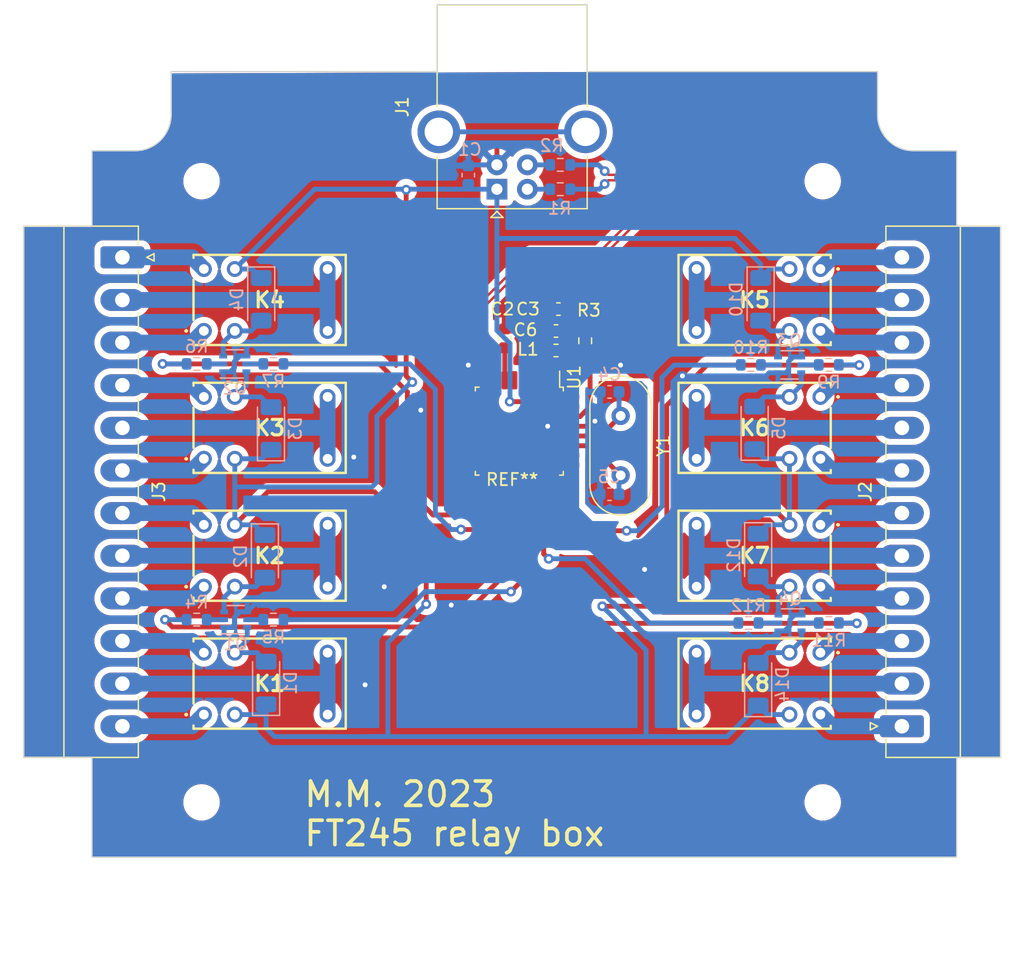
<source format=kicad_pcb>
(kicad_pcb (version 20221018) (generator pcbnew)
  (layers (0 "F.Cu" signal) (31 "B.Cu" signal) (34 "B.Paste" user) (35 "F.Paste" user) (36 "B.SilkS" user "B.Silkscreen") (37 "F.SilkS" user "F.Silkscreen") (38 "B.Mask" user) (39 "F.Mask" user) (44 "Edge.Cuts" user))
  (net 0 "")
  (net 1 "+5V")
  (net 2 "GND")
  (net 3 "unconnected-(J1-Shield-Pad5)")
  (net 4 "Net-(J2-Pin_1)")
  (net 5 "Net-(J2-Pin_2)")
  (net 6 "Net-(J2-Pin_3)")
  (net 7 "Net-(J2-Pin_4)")
  (net 8 "Net-(J2-Pin_5)")
  (net 9 "Net-(J2-Pin_6)")
  (net 10 "Net-(J2-Pin_7)")
  (net 11 "Net-(J2-Pin_8)")
  (net 12 "Net-(J2-Pin_9)")
  (net 13 "Net-(J2-Pin_10)")
  (net 14 "Net-(J2-Pin_11)")
  (net 15 "Net-(J2-Pin_12)")
  (net 16 "Net-(J3-Pin_1)")
  (net 17 "Net-(J3-Pin_2)")
  (net 18 "Net-(J3-Pin_3)")
  (net 19 "Net-(J3-Pin_4)")
  (net 20 "Net-(J3-Pin_5)")
  (net 21 "Net-(J3-Pin_6)")
  (net 22 "Net-(J3-Pin_7)")
  (net 23 "Net-(J3-Pin_8)")
  (net 24 "Net-(J3-Pin_9)")
  (net 25 "Net-(J3-Pin_10)")
  (net 26 "Net-(J3-Pin_11)")
  (net 27 "Net-(J3-Pin_12)")
  (net 28 "Net-(D1-A)")
  (net 29 "Net-(D5-A)")
  (net 30 "Net-(Q1A-B1)")
  (net 31 "Net-(Q1B-B2)")
  (net 32 "Net-(Q2A-B1)")
  (net 33 "Net-(Q2B-B2)")
  (net 34 "Net-(Q3A-B1)")
  (net 35 "Net-(Q3B-B2)")
  (net 36 "Net-(Q4A-B1)")
  (net 37 "Net-(Q4B-B2)")
  (net 41 "+3.3V")
  (net 48 "/D_N")
  (net 49 "/D_P")
  (net 50 "/D_R_N")
  (net 51 "/D_R_P")
  (net 53 "Net-(U1-XTIN)")
  (net 54 "Net-(U1-XTOUT)")
  (net 55 "Net-(U1-AVCC)")
  (net 58 "/RELAY0")
  (net 59 "/RELAY4")
  (net 60 "/RELAY2")
  (net 61 "/RELAY1")
  (net 62 "/RELAY7")
  (net 63 "/RELAY5")
  (net 64 "/RELAY6")
  (net 65 "/RELAY3")
  (net 66 "/VBUS_FILTERED")
  (net 67 "Net-(D10-A)")
  (net 68 "Net-(D12-A)")
  (net 69 "Net-(D14-A)")
  (net 70 "Net-(D2-A)")
  (net 71 "Net-(D3-A)")
  (net 72 "Net-(D4-A)")
  (footprint "footprints:SY5K" (layer "F.Cu") (at -25.31 7.79)
    (fp_text reference "K2")
    (fp_text value "SY-5-K" hide)
  )
  (footprint "Enclosures:TW8-2-8B_1_1" (layer "F.Cu") (at 0 0)
    (fp_text reference "REF**")
    (fp_text value "TW8-2-8B_1_1")
    (fp_line (start -34.5 -28) (end -31 -28) (stroke (width 0.1)) (layer "Edge.Cuts"))
    (fp_line (start -28 -31) (end -28 -34.5) (stroke (width 0.1)) (layer "Edge.Cuts"))
    (fp_line (start 30 -31) (end 30 -34.5) (stroke (width 0.1)) (layer "Edge.Cuts"))
    (fp_line (start 33 -28) (end 36.5 -28) (stroke (width 0.1)) (layer "Edge.Cuts"))
    (fp_line (start 36.5 30) (end -34.5 30) (stroke (width 0.1)) (layer "Edge.Cuts"))
    (fp_arc (start -28 -31) (mid -28.864225 -28.864225) (end -31 -28) (stroke (width 0.1)) (layer "Edge.Cuts"))
    (fp_arc (start 33 -28) (mid 30.864221 -28.864221) (end 30 -31) (stroke (width 0.1)) (layer "Edge.Cuts"))
  )
  (footprint "footprints:SY5K" (layer "F.Cu") (at 25.31 13.21 180)
    (fp_text reference "K8")
    (fp_text value "SY-5-K" hide)
  )
  (footprint "footprints:SY5K" (layer "F.Cu") (at 25.31 -7.79 180)
    (fp_text reference "K6")
    (fp_text value "SY-5-K" hide)
  )
  (footprint "Connector_USB:USB_B_OST_USB-B1HSxx_Horizontal" (layer "F.Cu") (at -1.25 -24.8425 90)
    (fp_text reference "J1")
    (fp_text value "USB_B")
  )
  (footprint "footprints:SY5K" (layer "F.Cu") (at -25.31 -2.71)
    (fp_text reference "K3")
    (fp_text value "SY-5-K" hide)
  )
  (footprint "Package_QFP:LQFP-32_7x7mm_P0.8mm" (layer "F.Cu") (at 0.59 -4.98 -90)
    (fp_text reference "U1")
    (fp_text value "FT245BM")
  )
  (footprint "Crystal:Crystal_HC49-4H_Vertical" (layer "F.Cu") (at 8.91 -6.23 -90)
    (fp_text reference "Y1")
    (fp_text value "6 MHz")
  )
  (footprint "Capacitor_SMD:C_0603_1608Metric" (layer "F.Cu") (at 3.8 -15 180)
    (fp_text reference "C3")
    (fp_text value "100nF")
  )
  (footprint "footprints:SY5K" (layer "F.Cu") (at 25.31 2.71 180)
    (fp_text reference "K7")
    (fp_text value "SY-5-K" hide)
  )
  (footprint "footprints:SY5K" (layer "F.Cu") (at -25.31 -13.21)
    (fp_text reference "K4")
    (fp_text value "SY-5-K" hide)
  )
  (footprint "footprints:SY5K" (layer "F.Cu") (at -25.31 18.29)
    (fp_text reference "K1")
    (fp_text value "SY-5-K" hide)
  )
  (footprint "Capacitor_SMD:C_0603_1608Metric" (layer "F.Cu") (at -0.6 -12.6 90)
    (fp_text reference "C2")
    (fp_text value "33nF")
  )
  (footprint "Connector_Phoenix_MC:PhoenixContact_MC_1,5_12-G-3.5_1x12_P3.50mm_Horizontal" (layer "F.Cu") (at 32 19.25 90)
    (fp_text reference "J2")
    (fp_text value "Conn_01x12_Pin")
  )
  (footprint "Inductor_SMD:L_0603_1608Metric" (layer "F.Cu") (at 3.6 -11.6 180)
    (fp_text reference "L1")
    (fp_text value "L_Ferrite")
  )
  (footprint "footprints:SY5K" (layer "F.Cu") (at 25.31 -18.29 180)
    (fp_text reference "K5")
    (fp_text value "SY-5-K" hide)
  )
  (footprint "Resistor_SMD:R_0603_1608Metric" (layer "F.Cu") (at 6 -12.4 -90)
    (fp_text reference "R3")
    (fp_text value "470")
  )
  (footprint "Connector_Phoenix_MC:PhoenixContact_MC_1,5_12-G-3.5_1x12_P3.50mm_Horizontal" (layer "F.Cu") (at -32 -19.25 -90)
    (fp_text reference "J3")
    (fp_text value "Conn_01x12_Pin")
  )
  (footprint "Capacitor_SMD:C_0603_1608Metric" (layer "F.Cu") (at 3.6 -13.2 180)
    (fp_text reference "C6")
    (fp_text value "4u7")
  )
  (footprint "Package_TO_SOT_SMD:SOT-363_SC-70-6" (layer "B.Cu") (at -22.77 -10.5)
    (fp_text reference "Q2")
    (fp_text value "BC847BS")
  )
  (footprint "Package_TO_SOT_SMD:SOT-363_SC-70-6" (layer "B.Cu") (at 22.78 -10.42 180)
    (fp_text reference "Q3")
    (fp_text value "BC847BS")
  )
  (footprint "Package_TO_SOT_SMD:SOT-363_SC-70-6" (layer "B.Cu") (at -22.7 10.5)
    (fp_text reference "Q1")
    (fp_text value "BC847BS")
  )
  (footprint "Diode_SMD:D_MiniMELF" (layer "B.Cu") (at 20.4 -15.8 -90)
    (fp_text reference "D10")
    (fp_text value "LL4148")
  )
  (footprint "Resistor_SMD:R_0603_1608Metric" (layer "B.Cu") (at -25.9 10.5 180)
    (fp_text reference "R4")
    (fp_text value "1K")
  )
  (footprint "Resistor_SMD:R_0603_1608Metric" (layer "B.Cu") (at -19.6 -10.5)
    (fp_text reference "R7")
    (fp_text value "1K")
  )
  (footprint "Resistor_SMD:R_0603_1608Metric" (layer "B.Cu") (at 19.4 10.77 180)
    (fp_text reference "R12")
    (fp_text value "1K")
  )
  (footprint "Diode_SMD:D_MiniMELF" (layer "B.Cu") (at 20.2 5.2 -90)
    (fp_text reference "D12")
    (fp_text value "LL4148")
  )
  (footprint "Capacitor_SMD:C_0603_1608Metric" (layer "B.Cu") (at 8 0.2 180)
    (fp_text reference "C5")
    (fp_text value "27pF")
  )
  (footprint "Diode_SMD:D_MiniMELF" (layer "B.Cu") (at 20.2 15.8 90)
    (fp_text reference "D14")
    (fp_text value "LL4148")
  )
  (footprint "Capacitor_SMD:C_0603_1608Metric" (layer "B.Cu") (at 8 -8.2 180)
    (fp_text reference "C4")
    (fp_text value "27pF")
  )
  (footprint "Resistor_SMD:R_0603_1608Metric" (layer "B.Cu") (at 3.95 -26.8425 180)
    (fp_text reference "R2")
    (fp_text value "27")
  )
  (footprint "Capacitor_SMD:C_0603_1608Metric" (layer "B.Cu") (at -3.6 -26 90)
    (fp_text reference "C1")
    (fp_text value "10nF")
  )
  (footprint "Diode_SMD:D_MiniMELF" (layer "B.Cu") (at -20.6 -15.8 -90)
    (fp_text reference "D4")
    (fp_text value "LL4148")
  )
  (footprint "Diode_SMD:D_MiniMELF" (layer "B.Cu") (at -20.3 5.3 -90)
    (fp_text reference "D2")
    (fp_text value "LL4148")
  )
  (footprint "Resistor_SMD:R_0603_1608Metric" (layer "B.Cu") (at -25.9 -10.5 180)
    (fp_text reference "R6")
    (fp_text value "1K")
  )
  (footprint "Diode_SMD:D_MiniMELF" (layer "B.Cu") (at 19.91 -5.25 90)
    (fp_text reference "D5")
    (fp_text value "LL4148")
  )
  (footprint "Resistor_SMD:R_0603_1608Metric" (layer "B.Cu") (at 3.95 -24.8425 180)
    (fp_text reference "R1")
    (fp_text value "27")
  )
  (footprint "Resistor_SMD:R_0603_1608Metric" (layer "B.Cu") (at -19.6 10.5)
    (fp_text reference "R5")
    (fp_text value "1K")
  )
  (footprint "Diode_SMD:D_MiniMELF" (layer "B.Cu") (at -20.2 15.7 90)
    (fp_text reference "D1")
    (fp_text value "LL4148")
  )
  (footprint "Resistor_SMD:R_0603_1608Metric" (layer "B.Cu") (at 26 -10.42)
    (fp_text reference "R9")
    (fp_text value "1K")
  )
  (footprint "Resistor_SMD:R_0603_1608Metric" (layer "B.Cu") (at 26 10.77)
    (fp_text reference "R11")
    (fp_text value "1K")
  )
  (footprint "Resistor_SMD:R_0603_1608Metric" (layer "B.Cu") (at 19.6 -10.42 180)
    (fp_text reference "R10")
    (fp_text value "1K")
  )
  (footprint "Package_TO_SOT_SMD:SOT-363_SC-70-6" (layer "B.Cu") (at 22.81 10.77 180)
    (fp_text reference "Q4")
    (fp_text value "BC847BS")
  )
  (footprint "Diode_SMD:D_MiniMELF" (layer "B.Cu") (at -19.8 -5.2 90)
    (fp_text reference "D3")
    (fp_text value "LL4148")
  )
  (gr_line (start 30 -34.5) (end 6.15 -34.5) (stroke (width 0.1)) (layer "Edge.Cuts"))
  (gr_line (start 6.15 -40) (end -6.15 -40) (stroke (width 0.1)) (layer "Edge.Cuts"))
  (gr_line (start -34.5 30) (end -34.5 21.8) (stroke (width 0.1)) (layer "Edge.Cuts"))
  (gr_line (start 36.5 30) (end 36.5 21.8) (stroke (width 0.1)) (layer "Edge.Cuts"))
  (gr_line (start -40.1 -21.8) (end -40.1 -21.55) (stroke (width 0.1)) (layer "Edge.Cuts"))
  (gr_line (start 40.1 21.8) (end 40.1 -21.8) (stroke (width 0.1)) (layer "Edge.Cuts"))
  (gr_line (start -40.1 -21.55) (end -40.1 21.8) (stroke (width 0.1)) (layer "Edge.Cuts"))
  (gr_line (start -34.5 21.8) (end -40.1 21.8) (stroke (width 0.1)) (layer "Edge.Cuts"))
  (gr_line (start 36.5 21.8) (end 40.1 21.8) (stroke (width 0.1)) (layer "Edge.Cuts"))
  (gr_line (start -34.5 -21.8) (end -40.1 -21.8) (stroke (width 0.1)) (layer "Edge.Cuts"))
  (gr_line (start -34.5 -28) (end -34.5 -21.8) (stroke (width 0.1)) (layer "Edge.Cuts"))
  (gr_line (start 40.1 -21.8) (end 36.5 -21.8) (stroke (width 0.1)) (layer "Edge.Cuts"))
  (gr_line (start -6.15 -40) (end -6.15 -34.5) (stroke (width 0.1)) (layer "Edge.Cuts"))
  (gr_line (start 36.5 -28) (end 36.5 -21.8) (stroke (width 0.1)) (layer "Edge.Cuts"))
  (gr_line (start 6.15 -34.5) (end 6.15 -40) (stroke (width 0.1)) (layer "Edge.Cuts"))
  (gr_line (start -6.15 -34.5) (end -28 -34.5) (stroke (width 0.1)) (layer "Edge.Cuts"))
  (gr_text "M.M. 2023\nFT245 relay box" (at -17.225 29.225) (layer "F.SilkS") (effects (font (size 2 2) (thickness 0.3)) (justify left bottom)))
  (segment (start -8.2 -9) (end -8.7 -9.5) (width 0.4) (layer "F.Cu") (net 1))
  (segment (start 1.79 -9.155) (end 1.79 -10.516472) (width 0.4) (layer "F.Cu") (net 1))
  (segment (start 1.82 -4.58) (end 1.62 -4.58) (width 0.4) (layer "F.Cu") (net 1))
  (segment (start 13.3 2.7) (end 14.6 1.4) (width 0.4) (layer "F.Cu") (net 1))
  (segment (start 0.22 -4.58) (end -3.585 -4.58) (width 0.4) (layer "F.Cu") (net 1))
  (segment (start -7.055373 4.244627) (end -7.055373 9.224709) (width 0.4) (layer "F.Cu") (net 1))
  (segment (start 1.79 -9.155) (end 1.79 -7.4) (width 0.4) (layer "F.Cu") (net 1))
  (segment (start -0.2 -7.4) (end 1.79 -7.4) (width 0.4) (layer "F.Cu") (net 1))
  (segment (start 1.62 -4.58) (end 0.22 -4.58) (width 0.4) (layer "F.Cu") (net 1))
  (segment (start 2.8125 -11.538972) (end 2.8125 -11.6) (width 0.4) (layer "F.Cu") (net 1))
  (segment (start -20.06 0) (end -11.3 0) (width 0.4) (layer "F.Cu") (net 1))
  (segment (start 1.79 -4.75) (end 1.62 -4.58) (width 0.4) (layer "F.Cu") (net 1))
  (segment (start 1.79 -7.4) (end 1.79 -4.75) (width 0.4) (layer "F.Cu") (net 1))
  (segment (start 3.42 -2.98) (end 1.82 -4.58) (width 0.4) (layer "F.Cu") (net 1))
  (segment (start 4.765 -2.98) (end 3.42 -2.98) (width 0.4) (layer "F.Cu") (net 1))
  (segment (start -8.7 -9.5) (end -8.7 -24.8) (width 0.4) (layer "F.Cu") (net 1))
  (segment (start 21.46 1.4) (end 22.77 2.71) (width 0.4) (layer "F.Cu") (net 1))
  (segment (start 11.8 9.4) (end 13.3 7.9) (width 0.4) (layer "F.Cu") (net 1))
  (segment (start 1.79 -10.516472) (end 2.8125 -11.538972) (width 0.4) (layer "F.Cu") (net 1))
  (segment (start -11.3 0) (end -7.055373 4.244627) (width 0.4) (layer "F.Cu") (net 1))
  (segment (start -22.77 2.71) (end -20.06 0) (width 0.4) (layer "F.Cu") (net 1))
  (segment (start 13.3 7.9) (end 13.3 2.7) (width 0.4) (layer "F.Cu") (net 1))
  (segment (start 14.6 1.4) (end 21.46 1.4) (width 0.4) (layer "F.Cu") (net 1))
  (segment (start 7.4 9.4) (end 11.8 9.4) (width 0.4) (layer "F.Cu") (net 1))
  (via (at -0.2 -7.4) (size 0.8) (drill 0.4) (layers "F.Cu" "B.Cu") (net 1))
  (via (at -7.055373 9.224709) (size 0.8) (drill 0.4) (layers "F.Cu" "B.Cu") (net 1))
  (via (at -8.2 -9) (size 0.8) (drill 0.4) (layers "F.Cu" "B.Cu") (net 1))
  (via (at -8.7 -24.8) (size 0.8) (drill 0.4) (layers "F.Cu" "B.Cu") (net 1))
  (via (at 7.4 9.4) (size 0.8) (drill 0.4) (layers "F.Cu" "B.Cu") (net 1))
  (segment (start -22.77 -2.71) (end -20.54 -2.71) (width 0.4) (layer "B.Cu") (net 1))
  (segment (start -22.77 2.71) (end -22.77 -0.4) (width 0.4) (layer "B.Cu") (net 1))
  (segment (start -0.175 -12.175) (end -0.175 -7.425) (width 0.4) (layer "B.Cu") (net 1))
  (segment (start 20.7 -2.71) (end 19.91 -3.5) (width 0.4) (layer "B.Cu") (net 1))
  (segment (start 18.3 -20.8) (end -1.25 -20.8) (width 0.4) (layer "B.Cu") (net 1))
  (segment (start -22.77 2.71) (end -21.14 2.71) (width 0.4) (layer "B.Cu") (net 1))
  (segment (start 21.14 -18.29) (end 20.4 -17.55) (width 0.4) (layer "B.Cu") (net 1))
  (segment (start -11.7 20.1) (end -10.2 20.1) (width 0.4) (layer "B.Cu") (net 1))
  (segment (start -0.175 -7.425) (end -0.2 -7.4) (width 0.4) (layer "B.Cu") (net 1))
  (segment (start -20.2 18.29) (end -20.2 17.45) (width 0.4) (layer "B.Cu") (net 1))
  (segment (start -22.77 -0.4) (end -11.5 -0.4) (width 0.4) (layer "B.Cu") (net 1))
  (segment (start -3.6 -25.0425) (end -3.4 -24.8425) (width 0.4) (layer "B.Cu") (net 1))
  (segment (start 20.94 2.71) (end 20.2 3.45) (width 0.4) (layer "B.Cu") (net 1))
  (segment (start -16.2175 -24.8425) (end -3.4 -24.8425) (width 0.4) (layer "B.Cu") (net 1))
  (segment (start -22.77 -0.4) (end -22.77 -2.71) (width 0.4) (layer "B.Cu") (net 1))
  (segment (start -10.2 20.1) (end -10.2 12.369336) (width 0.4) (layer "B.Cu") (net 1))
  (segment (start 11 20) (end 11 13) (width 0.4) (layer "B.Cu") (net 1))
  (segment (start 22.77 -18.29) (end 21.14 -18.29) (width 0.4) (layer "B.Cu") (net 1))
  (segment (start 20.4 -17.55) (end 20.4 -18.7) (width 0.4) (layer "B.Cu") (net 1))
  (segment (start 22.77 2.71) (end 20.94 2.71) (width 0.4) (layer "B.Cu") (net 1))
  (segment (start 12.4 20.1) (end 11.1 20.1) (width 0.4) (layer "B.Cu") (net 1))
  (segment (start -11.1 -6.2) (end -8.4 -8.9) (width 0.4) (layer "B.Cu") (net 1))
  (segment (start -11.5 -0.4) (end -11.1 -0.8) (width 0.4) (layer "B.Cu") (net 1))
  (segment (start -11.7 20.1) (end 12.4 20.1) (width 0.4) (layer "B.Cu") (net 1))
  (segment (start -8.4 -8.9) (end -8.3 -8.9) (width 0.4) (layer "B.Cu") (net 1))
  (segment (start -1.25 -13.25) (end -0.175 -12.175) (width 0.4) (layer "B.Cu") (net 1))
  (segment (start -10.2 12.369336) (end -7.055373 9.224709) (width 0.4) (layer "B.Cu") (net 1))
  (segment (start -1.25 -24.8425) (end -1.25 -20.8) (width 0.4) (layer "B.Cu") (net 1))
  (segment (start -11.1 -0.8) (end -11.1 -6.2) (width 0.4) (layer "B.Cu") (net 1))
  (segment (start -20.54 -2.71) (end -19.8 -3.45) (width 0.4) (layer "B.Cu") (net 1))
  (segment (start 11 13) (end 7.4 9.4) (width 0.4) (layer "B.Cu") (net 1))
  (segment (start 22.77 18.29) (end 20.94 18.29) (width 0.4) (layer "B.Cu") (net 1))
  (segment (start 17.65 20.1) (end 12.4 20.1) (width 0.4) (layer "B.Cu") (net 1))
  (segment (start -21.34 -18.29) (end -20.6 -17.55) (width 0.4) (layer "B.Cu") (net 1))
  (segment (start -3.6 -25.225) (end -3.6 -25.0425) (width 0.4) (layer "B.Cu") (net 1))
  (segment (start 20.94 18.29) (end 20.2 17.55) (width 0.4) (layer "B.Cu") (net 1))
  (segment (start -3.4 -24.8425) (end -1.25 -24.8425) (width 0.4) (layer "B.Cu") (net 1))
  (segment (start -11.7 20.1) (end -19.5 20.1) (width 0.4) (layer "B.Cu") (net 1))
  (segment (start 22.77 2.71) (end 22.77 -2.71) (width 0.4) (layer "B.Cu") (net 1))
  (segment (start -19.5 20.1) (end -20.2 19.4) (width 0.4) (layer "B.Cu") (net 1))
  (segment (start 20.4 -18.7) (end 18.3 -20.8) (width 0.4) (layer "B.Cu") (net 1))
  (segment (start -1.25 -20.8) (end -1.25 -13.25) (width 0.4) (layer "B.Cu") (net 1))
  (segment (start -21.14 2.71) (end -20.3 3.55) (width 0.4) (layer "B.Cu") (net 1))
  (segment (start -22.77 -18.29) (end -16.2175 -24.8425) (width 0.4) (layer "B.Cu") (net 1))
  (segment (start 11.1 20.1) (end 11 20) (width 0.4) (layer "B.Cu") (net 1))
  (segment (start -20.2 19.4) (end -20.2 17.45) (width 0.4) (layer "B.Cu") (net 1))
  (segment (start 20.2 17.55) (end 17.65 20.1) (width 0.4) (layer "B.Cu") (net 1))
  (segment (start -8.3 -8.9) (end -8.2 -9) (width 0.4) (layer "B.Cu") (net 1))
  (segment (start -22.77 -18.29) (end -21.34 -18.29) (width 0.4) (layer "B.Cu") (net 1))
  (segment (start -22.77 18.29) (end -20.2 18.29) (width 0.4) (layer "B.Cu") (net 1))
  (segment (start 22.77 -2.71) (end 20.7 -2.71) (width 0.4) (layer "B.Cu") (net 1))
  (segment (start -6.2 10.5) (end -7.8 10.5) (width 0.4) (layer "F.Cu") (net 2))
  (segment (start 4.765 -5.38) (end 2.92 -5.38) (width 0.4) (layer "F.Cu") (net 2))
  (segment (start 11.7 -21.7) (end 11.7 -29.6) (width 0.4) (layer "F.Cu") (net 2))
  (segment (start 7.7 -17.7) (end 11.7 -21.7) (width 0.4) (layer "F.Cu") (net 2))
  (segment (start 1.7 -32.6) (end -1.25 -29.65) (width 0.4) (layer "F.Cu") (net 2))
  (segment (start -0.425 -13.2) (end -0.6 -13.375) (width 0.4) (layer "F.Cu") (net 2))
  (segment (start 9.884668 -9.515332) (end 7.7 -11.7) (width 0.4) (layer "F.Cu") (net 2))
  (segment (start -1.25 -29.65) (end -1.25 -26.8425) (width 0.4) (layer "F.Cu") (net 2))
  (segment (start -4.82 -7.78) (end -5.5 -7.1) (width 0.4) (layer "F.Cu") (net 2))
  (segment (start 4 -17.7) (end 7.7 -17.7) (width 0.4) (layer "F.Cu") (net 2))
  (segment (start -5.205 -0.805) (end -2.21 -0.805) (width 0.4) (layer "F.Cu") (net 2))
  (segment (start 13.984668 -9.515332) (end 9.884668 -9.515332) (width 0.4) (layer "F.Cu") (net 2))
  (segment (start -2.6575 -26.8425) (end -1.25 -26.8425) (width 0.4) (layer "F.Cu") (net 2))
  (segment (start -5.5 -1.1) (end -5.205 -0.805) (width 0.4) (layer "F.Cu") (net 2))
  (segment (start 8.7 -32.6) (end 1.7 -32.6) (width 0.4) (layer "F.Cu") (net 2))
  (segment (start 3.025 -16.725) (end 4 -17.7) (width 0.4) (layer "F.Cu") (net 2))
  (segment (start 2.825 -13.2) (end -0.425 -13.2) (width 0.4) (layer "F.Cu") (net 2))
  (segment (start -3.585 -25.915) (end -2.6575 -26.8425) (width 0.4) (layer "F.Cu") (net 2))
  (segment (start 7.7 -11.7) (end 7.7 -17.7) (width 0.4) (layer "F.Cu") (net 2))
  (segment (start -5 9.3) (end -6.2 10.5) (width 0.4) (layer "F.Cu") (net 2))
  (segment (start 3.025 -15) (end 3.025 -13.4) (width 0.4) (layer "F.Cu") (net 2))
  (segment (start 3.025 -13.4) (end 2.825 -13.2) (width 0.4) (layer "F.Cu") (net 2))
  (segment (start 11.7 -29.6) (end 8.7 -32.6) (width 0.4) (layer "F.Cu") (net 2))
  (segment (start -5.5 -7.1) (end -5.5 -6.7) (width 0.4) (layer "F.Cu") (net 2))
  (segment (start -5.5 -6.7) (end -5.5 -1.1) (width 0.4) (layer "F.Cu") (net 2))
  (segment (start 6.38 -5.38) (end 6.8 -5.8) (width 0.4) (layer "F.Cu") (net 2))
  (segment (start -3.585 -7.78) (end -4.82 -7.78) (width 0.4) (layer "F.Cu") (net 2))
  (segment (start 4.765 -5.38) (end 6.38 -5.38) (width 0.4) (layer "F.Cu") (net 2))
  (segment (start -3.585 -7.78) (end -3.585 -25.915) (width 0.4) (layer "F.Cu") (net 2))
  (segment (start 3.025 -15) (end 3.025 -16.725) (width 0.4) (layer "F.Cu") (net 2))
  (segment (start -7.5 -6.7) (end -5.5 -6.7) (width 0.4) (layer "F.Cu") (net 2))
  (segment (start -7.8 10.5) (end -10.5 7.8) (width 0.4) (layer "F.Cu") (net 2))
  (via (at 8.9 -10.4) (size 0.8) (drill 0.4) (layers "F.Cu" "B.Cu") (net 2))
  (via (at 6.8 -5.8) (size 0.8) (drill 0.4) (layers "F.Cu" "B.Cu") (net 2))
  (via (at -3.6 -10.4) (size 0.8) (drill 0.4) (layers "F.Cu" "B.Cu") (net 2))
  (via (at -5 9.3) (size 0.8) (drill 0.4) (layers "F.Cu" "B.Cu") (net 2))
  (via (at -10.5 7.8) (size 0.8) (drill 0.4) (layers "F.Cu" "B.Cu") (net 2))
  (via (at -13 -2.85) (size 0.8) (drill 0.4) (layers "F.Cu" "B.Cu") (net 2))
  (via (at 10.875 6.375) (size 0.8) (drill 0.4) (layers "F.Cu" "B.Cu") (net 2))
  (via (at 2.92 -5.38) (size 0.8) (drill 0.4) (layers "F.Cu" "B.Cu") (net 2))
  (via (at 13.984668 -9.515332) (size 0.8) (drill 0.4) (layers "F.Cu" "B.Cu") (net 2))
  (via (at -7.5 -6.7) (size 0.8) (drill 0.4) (layers "F.Cu" "B.Cu") (net 2))
  (via (at -12.075 15.85) (size 0.8) (drill 0.4) (layers "F.Cu" "B.Cu") (net 2))
  (segment (start 7.225 -8.2) (end 7.225 -6.225) (width 0.4) (layer "B.Cu") (net 2))
  (segment (start 22.7 -10) (end 22.7 -10.7) (width 0.4) (layer "B.Cu") (net 2))
  (segment (start -17.7 -12.1) (end -17.2 -11.6) (width 0.4) (layer "B.Cu") (net 2))
  (segment (start 7.225 0.2) (end 7.225 -8.2) (width 0.4) (layer "B.Cu") (net 2))
  (segment (start -3.5325 -26.8425) (end -3.6 -26.775) (width 0.4) (layer "B.Cu") (net 2))
  (segment (start 21.86 11.42) (end 21.38 11.9) (width 0.4) (layer "B.Cu") (net 2))
  (segment (start -22.35 -11.15) (end -21.82 -11.15) (width 0.4) (layer "B.Cu") (net 2))
  (segment (start -23.05 11.15) (end -22.8 10.9) (width 0.4) (layer "B.Cu") (net 2))
  (segment (start -22.8 10.3) (end -22.35 9.85) (width 0.4) (layer "B.Cu") (net 2))
  (segment (start -21.82 -11.78) (end -21.5 -12.1) (width 0.4) (layer "B.Cu") (net 2))
  (segment (start 11.030664 11.9) (end 7.731164 8.6005) (width 0.4) (layer "B.Cu") (net 2))
  (segment (start 23.18 10.12) (end 22.8 10.5) (width 0.4) (layer "B.Cu") (net 2))
  (segment (start 23.07 -11.07) (end 23.73 -11.07) (width 0.4) (layer "B.Cu") (net 2))
  (segment (start -1.25 -26.8425) (end -3.5325 -26.8425) (width 0.4) (layer "B.Cu") (net 2))
  (segment (start -17.2 -11.6) (end -4.8 -11.6) (width 0.4) (layer "B.Cu") (net 2))
  (segment (start -21.82 -11.15) (end -21.82 -11.78) (width 0.4) (layer "B.Cu") (net 2))
  (segment (start 13.6 11.9) (end 11.030664 11.9) (width 0.4) (layer "B.Cu") (net 2))
  (segment (start 22.47 -9.77) (end 22.7 -10) (width 0.4) (layer "B.Cu") (net 2))
  (segment (start 21.38 11.9) (end 13.4 11.9) (width 0.4) (layer "B.Cu") (net 2))
  (segment (start 7.225 -6.225) (end 6.8 -5.8) (width 0.4) (layer "B.Cu") (net 2))
  (segment (start 22.8 10.5) (end 22.8 11) (width 0.4) (layer "B.Cu") (net 2))
  (segment (start 6.568836 8.6005) (end 5.869336 9.3) (width 0.4) (layer "B.Cu") (net 2))
  (segment (start 5.869336 9.3) (end -5 9.3) (width 0.4) (layer "B.Cu") (net 2))
  (segment (start -22.8 -10.7) (end -22.35 -11.15) (width 0.4) (layer "B.Cu") (net 2))
  (segment (start -11.9 9.2) (end -7.5 4.8) (width 0.4) (layer "B.Cu") (net 2))
  (segment (start 22.38 11.42) (end 21.86 11.42) (width 0.4) (layer "B.Cu") (net 2))
  (segment (start -22.35 9.85) (end -21.75 9.85) (width 0.4) (layer "B.Cu") (net 2))
  (segment (start -23.15 -9.85) (end -22.8 -10.2) (width 0.4) (layer "B.Cu") (net 2))
  (segment (start 20.850332 -9.515332) (end 13.984668 -9.515332) (width 0.4) (layer "B.Cu") (net 2))
  (segment (start 21.105 -9.77) (end 20.850332 -9.515332) (width 0.4) (layer "B.Cu") (net 2))
  (segment (start 7.731164 8.6005) (end 6.568836 8.6005) (width 0.4) (layer "B.Cu") (net 2))
  (segment (start 21.83 -9.77) (end 22.47 -9.77) (width 0.4) (layer "B.Cu") (net 2))
  (segment (start -21.5 -12.1) (end -17.7 -12.1) (width 0.4) (layer "B.Cu") (net 2))
  (segment (start -23.72 -9.85) (end -23.15 -9.85) (width 0.4) (layer "B.Cu") (net 2))
  (segment (start -4.8 -11.6) (end -3.6 -10.4) (width 0.4) (layer "B.Cu") (net 2))
  (segment (start 8.9 -10.4) (end 5.5 -10.4) (width 0.4) (layer "B.Cu") (net 2))
  (segment (start 5.5 -10.4) (end 2.92 -7.82) (width 0.4) (layer "B.Cu") (net 2))
  (segment (start 21.83 -9.77) (end 21.105 -9.77) (width 0.4) (layer "B.Cu") (net 2))
  (segment (start 22.8 11) (end 22.38 11.42) (width 0.4) (layer "B.Cu") (net 2))
  (segment (start 23.76 10.12) (end 23.18 10.12) (width 0.4) (layer "B.Cu") (net 2))
  (segment (start -21.1 9.2) (end -11.9 9.2) (width 0.4) (layer "B.Cu") (net 2))
  (segment (start -21.75 9.85) (end -21.1 9.2) (width 0.4) (layer "B.Cu") (net 2))
  (segment (start -7.5 4.8) (end -7.5 -6.7) (width 0.4) (layer "B.Cu") (net 2))
  (segment (start -22.8 -10.2) (end -22.8 -10.7) (width 0.4) (layer "B.Cu") (net 2))
  (segment (start -23.65 11.15) (end -23.05 11.15) (width 0.4) (layer "B.Cu") (net 2))
  (segment (start -22.8 10.9) (end -22.8 10.3) (width 0.4) (layer "B.Cu") (net 2))
  (segment (start 2.92 -7.82) (end 2.92 -5.38) (width 0.4) (layer "B.Cu") (net 2))
  (segment (start 22.7 -10.7) (end 23.07 -11.07) (width 0.4) (layer "B.Cu") (net 2))
  (segment (start -6.02 -29.5525) (end 6.02 -29.5525) (width 0.4) (layer "B.Cu") (net 3))
  (segment (start 32 19.25) (end 26.27 19.25) (width 1.3) (layer "B.Cu") (net 4))
  (segment (start 26.27 19.25) (end 25.31 18.29) (width 1.3) (layer "B.Cu") (net 4))
  (segment (start 32 15.75) (end 15.41 15.75) (width 1.3) (layer "B.Cu") (net 5))
  (segment (start 15.15 15.49) (end 15.15 13.21) (width 1.3) (layer "B.Cu") (net 5))
  (segment (start 15.15 18.29) (end 15.15 15.49) (width 1.3) (layer "B.Cu") (net 5))
  (segment (start 15.41 15.75) (end 15.15 15.49) (width 1.3) (layer "B.Cu") (net 5))
  (segment (start 32 12.25) (end 26.27 12.25) (width 1.3) (layer "B.Cu") (net 6))
  (segment (start 26.27 12.25) (end 25.31 13.21) (width 1.3) (layer "B.Cu") (net 6))
  (segment (start 26.27 8.75) (end 25.31 7.79) (width 1.3) (layer "B.Cu") (net 7))
  (segment (start 32 8.75) (end 26.27 8.75) (width 1.3) (layer "B.Cu") (net 7))
  (segment (start 32 5.25) (end 15.35 5.25) (width 1.3) (layer "B.Cu") (net 8))
  (segment (start 15.15 7.79) (end 15.15 5.45) (width 1.3) (layer "B.Cu") (net 8))
  (segment (start 15.35 5.25) (end 15.15 5.45) (width 1.3) (layer "B.Cu") (net 8))
  (segment (start 15.15 5.45) (end 15.15 2.71) (width 1.3) (layer "B.Cu") (net 8))
  (segment (start 32 1.75) (end 26.27 1.75) (width 1.3) (layer "B.Cu") (net 9))
  (segment (start 26.27 1.75) (end 25.31 2.71) (width 1.3) (layer "B.Cu") (net 9))
  (segment (start 26.27 -1.75) (end 25.31 -2.71) (width 1.3) (layer "B.Cu") (net 10))
  (segment (start 32 -1.75) (end 26.27 -1.75) (width 1.3) (layer "B.Cu") (net 10))
  (segment (start 15.15 -2.71) (end 15.15 -5.18) (width 1.3) (layer "B.Cu") (net 11))
  (segment (start 32 -5.25) (end 15.22 -5.25) (width 1.3) (layer "B.Cu") (net 11))
  (segment (start 15.15 -5.18) (end 15.15 -7.79) (width 1.3) (layer "B.Cu") (net 11))
  (segment (start 15.22 -5.25) (end 15.15 -5.18) (width 1.3) (layer "B.Cu") (net 11))
  (segment (start 32 -8.75) (end 26.27 -8.75) (width 1.3) (layer "B.Cu") (net 12))
  (segment (start 26.27 -8.75) (end 25.31 -7.79) (width 1.3) (layer "B.Cu") (net 12))
  (segment (start 32 -12.25) (end 26.27 -12.25) (width 1.3) (layer "B.Cu") (net 13))
  (segment (start 26.27 -12.25) (end 25.31 -13.21) (width 1.3) (layer "B.Cu") (net 13))
  (segment (start 15.23 -15.75) (end 15.15 -15.67) (width 1.3) (layer "B.Cu") (net 14))
  (segment (start 15.15 -15.67) (end 15.15 -18.29) (width 1.3) (layer "B.Cu") (net 14))
  (segment (start 32 -15.75) (end 15.23 -15.75) (width 1.3) (layer "B.Cu") (net 14))
  (segment (start 15.15 -13.21) (end 15.15 -15.67) (width 1.3) (layer "B.Cu") (net 14))
  (segment (start 32 -19.25) (end 26.27 -19.25) (width 1.3) (layer "B.Cu") (net 15))
  (segment (start 26.27 -19.25) (end 25.31 -18.29) (width 1.3) (layer "B.Cu") (net 15))
  (segment (start -32 -19.25) (end -26.27 -19.25) (width 1.3) (layer "B.Cu") (net 16))
  (segment (start -26.27 -19.25) (end -25.31 -18.29) (width 1.3) (layer "B.Cu") (net 16))
  (segment (start -15.29 -15.75) (end -15.15 -15.61) (width 1.3) (layer "B.Cu") (net 17))
  (segment (start -15.15 -15.61) (end -15.15 -18.29) (width 1.3) (layer "B.Cu") (net 17))
  (segment (start -15.15 -13.21) (end -15.15 -15.61) (width 1.3) (layer "B.Cu") (net 17))
  (segment (start -32 -15.75) (end -15.29 -15.75) (width 1.3) (layer "B.Cu") (net 17))
  (segment (start -32 -12.25) (end -26.27 -12.25) (width 1.3) (layer "B.Cu") (net 18))
  (segment (start -26.27 -12.25) (end -25.31 -13.21) (width 1.3) (layer "B.Cu") (net 18))
  (segment (start -32 -8.75) (end -26.27 -8.75) (width 1.3) (layer "B.Cu") (net 19))
  (segment (start -26.27 -8.75) (end -25.31 -7.79) (width 1.3) (layer "B.Cu") (net 19))
  (segment (start -15.41 -5.25) (end -15.15 -4.99) (width 1.3) (layer "B.Cu") (net 20))
  (segment (start -15.15 -4.99) (end -15.15 -7.79) (width 1.3) (layer "B.Cu") (net 20))
  (segment (start -32 -5.25) (end -15.41 -5.25) (width 1.3) (layer "B.Cu") (net 20))
  (segment (start -15.15 -2.71) (end -15.15 -4.99) (width 1.3) (layer "B.Cu") (net 20))
  (segment (start -32 -1.75) (end -26.27 -1.75) (width 1.3) (layer "B.Cu") (net 21))
  (segment (start -26.27 -1.75) (end -25.31 -2.71) (width 1.3) (layer "B.Cu") (net 21))
  (segment (start -32 1.75) (end -26.27 1.75) (width 1.3) (layer "B.Cu") (net 22))
  (segment (start -26.27 1.75) (end -25.31 2.71) (width 1.3) (layer "B.Cu") (net 22))
  (segment (start -15.15 7.79) (end -15.15 5.34) (width 1.3) (layer "B.Cu") (net 23))
  (segment (start -15.15 5.34) (end -15.15 2.71) (width 1.3) (layer "B.Cu") (net 23))
  (segment (start -15.24 5.25) (end -15.15 5.34) (width 1.3) (layer "B.Cu") (net 23))
  (segment (start -32 5.25) (end -15.24 5.25) (width 1.3) (layer "B.Cu") (net 23))
  (segment (start -32 8.75) (end -26.27 8.75) (width 1.3) (layer "B.Cu") (net 24))
  (segment (start -26.27 8.75) (end -25.31 7.79) (width 1.3) (layer "B.Cu") (net 24))
  (segment (start -32 12.25) (end -26.27 12.25) (width 1.3) (layer "B.Cu") (net 25))
  (segment (start -26.27 12.25) (end -25.31 13.21) (width 1.3) (layer "B.Cu") (net 25))
  (segment (start -15.15 15.85) (end -15.15 13.21) (width 1.3) (layer "B.Cu") (net 26))
  (segment (start -15.15 18.29) (end -15.15 15.85) (width 1.3) (layer "B.Cu") (net 26))
  (segment (start -32 15.75) (end -15.25 15.75) (width 1.3) (layer "B.Cu") (net 26))
  (segment (start -15.25 15.75) (end -15.15 15.85) (width 1.3) (layer "B.Cu") (net 26))
  (segment (start -26.27 19.25) (end -25.31 18.29) (width 1.3) (layer "B.Cu") (net 27))
  (segment (start -32 19.25) (end -26.27 19.25) (width 1.3) (layer "B.Cu") (net 27))
  (segment (start -22.77 13.21) (end -20.94 13.21) (width 0.4) (layer "B.Cu") (net 28))
  (segment (start -20.94 13.21) (end -20.2 13.95) (width 0.4) (layer "B.Cu") (net 28))
  (segment (start -21.75 11.15) (end -21.75 12.19) (width 0.4) (layer "B.Cu") (net 28))
  (segment (start -21.75 12.19) (end -22.77 13.21) (width 0.4) (layer "B.Cu") (net 28))
  (segment (start 22.77 -7.79) (end 20.7 -7.79) (width 0.4) (layer "B.Cu") (net 29))
  (segment (start 23.73 -9.77) (end 23.73 -8.75) (width 0.4) (layer "B.Cu") (net 29))
  (segment (start 20.7 -7.79) (end 19.91 -7) (width 0.4) (layer "B.Cu") (net 29))
  (segment (start 23.73 -8.75) (end 22.77 -7.79) (width 0.4) (layer "B.Cu") (net 29))
  (segment (start -25.075 10.5) (end -23.65 10.5) (width 0.4) (layer "B.Cu") (net 30))
  (segment (start -20.425 10.5) (end -21.75 10.5) (width 0.4) (layer "B.Cu") (net 31))
  (segment (start -23.72 -10.5) (end -25.075 -10.5) (width 0.4) (layer "B.Cu") (net 32))
  (segment (start -20.425 -10.5) (end -21.82 -10.5) (width 0.4) (layer "B.Cu") (net 33))
  (segment (start 25.175 -10.42) (end 23.73 -10.42) (width 0.4) (layer "B.Cu") (net 34))
  (segment (start 21.83 -10.42) (end 20.425 -10.42) (width 0.4) (layer "B.Cu") (net 35))
  (segment (start 23.76 10.77) (end 25.175 10.77) (width 0.4) (layer "B.Cu") (net 36))
  (segment (start 21.86 10.77) (end 20.225 10.77) (width 0.4) (layer "B.Cu") (net 37))
  (segment (start -0.61 -9.155) (end -0.61 -11.815) (width 0.4) (layer "F.Cu") (net 41))
  (segment (start -0.61 -11.815) (end -0.6 -11.825) (width 0.4) (layer "F.Cu") (net 41))
  (segment (start 3.125 -24.8425) (end 1.25 -24.8425) (width 0.4) (layer "B.Cu") (net 48))
  (segment (start 3.125 -26.8425) (end 1.25 -26.8425) (width 0.4) (layer "B.Cu") (net 49))
  (segment (start 7.1068 -19.625) (end 9.575 -22.0932) (width 0.2) (layer "F.Cu") (net 50))
  (segment (start 8.5068 -25.575) (end 7.899999 -25.574999) (width 0.2) (layer "F.Cu") (net 50))
  (segment (start 7.899999 -25.574999) (end 7.6 -25.275) (width 0.2) (layer "F.Cu") (net 50))
  (segment (start -2.625 -15.4932) (end 1.5068 -19.625) (width 0.2) (layer "F.Cu") (net 50))
  (segment (start -2.035001 -9.329999) (end -2.035001 -10.716801) (width 0.2) (layer "F.Cu") (net 50))
  (segment (start -2.035001 -10.716801) (end -2.625 -11.3068) (width 0.2) (layer "F.Cu") (net 50))
  (segment (start -2.21 -9.155) (end -2.035001 -9.329999) (width 0.2) (layer "F.Cu") (net 50))
  (segment (start 9.575 -22.0932) (end 9.575 -24.5068) (width 0.2) (layer "F.Cu") (net 50))
  (segment (start 9.575 -24.5068) (end 8.5068 -25.575) (width 0.2) (layer "F.Cu") (net 50))
  (segment (start 1.5068 -19.625) (end 7.1068 -19.625) (width 0.2) (layer "F.Cu") (net 50))
  (segment (start -2.625 -11.3068) (end -2.625 -15.4932) (width 0.2) (layer "F.Cu") (net 50))
  (via (at 7.6 -25.275) (size 0.8) (drill 0.4) (layers "F.Cu" "B.Cu") (net 50))
  (segment (start 7.1675 -24.8425) (end 7.6 -25.275) (width 0.4) (layer "B.Cu") (net 50))
  (segment (start 4.775 -24.8425) (end 7.1675 -24.8425) (width 0.4) (layer "B.Cu") (net 50))
  (segment (start -2.175 -15.3068) (end 1.6932 -19.175) (width 0.2) (layer "F.Cu") (net 51))
  (segment (start -1.584999 -9.329999) (end -1.584999 -10.903199) (width 0.2) (layer "F.Cu") (net 51))
  (segment (start 10.025 -24.6932) (end 8.6932 -26.025) (width 0.2) (layer "F.Cu") (net 51))
  (segment (start 7.2932 -19.175) (end 10.025 -21.9068) (width 0.2) (layer "F.Cu") (net 51))
  (segment (start -2.175 -11.4932) (end -2.175 -15.3068) (width 0.2) (layer "F.Cu") (net 51))
  (segment (start 7.899999 -26.025001) (end 7.6 -26.325) (width 0.2) (layer "F.Cu") (net 51))
  (segment (start -1.584999 -10.903199) (end -2.0409 -11.3591) (width 0.2) (layer "F.Cu") (net 51))
  (segment (start -2.0409 -11.3591) (end -2.175 -11.4932) (width 0.2) (layer "F.Cu") (net 51))
  (segment (start 1.6932 -19.175) (end 7.2932 -19.175) (width 0.2) (layer "F.Cu") (net 51))
  (segment (start -1.41 -9.155) (end -1.584999 -9.329999) (width 0.2) (layer "F.Cu") (net 51))
  (segment (start 8.6932 -26.025) (end 7.899999 -26.025001) (width 0.2) (layer "F.Cu") (net 51))
  (segment (start 10.025 -21.9068) (end 10.025 -24.6932) (width 0.2) (layer "F.Cu") (net 51))
  (via (at 7.6 -26.325) (size 0.8) (drill 0.4) (layers "F.Cu" "B.Cu") (net 51))
  (segment (start 4.775 -26.8425) (end 7.0825 -26.8425) (width 0.4) (layer "B.Cu") (net 51))
  (segment (start 7.0825 -26.8425) (end 7.6 -26.325) (width 0.4) (layer "B.Cu") (net 51))
  (segment (start 6.48 -3.78) (end 8.91 -1.35) (width 0.4) (layer "F.Cu") (net 53))
  (segment (start 4.765 -3.78) (end 6.48 -3.78) (width 0.4) (layer "F.Cu") (net 53))
  (segment (start 8.775 0.2) (end 8.775 -1.215) (width 0.4) (layer "B.Cu") (net 53))
  (segment (start 8.775 -1.215) (end 8.91 -1.35) (width 0.4) (layer "B.Cu") (net 53))
  (segment (start 7.26 -4.58) (end 8.91 -6.23) (width 0.4) (layer "F.Cu") (net 54))
  (segment (start 4.765 -4.58) (end 7.26 -4.58) (width 0.4) (layer "F.Cu") (net 54))
  (segment (start 8.775 -6.365) (end 8.91 -6.23) (width 0.4) (layer "B.Cu") (net 54))
  (segment (start 8.775 -8.2) (end 8.775 -6.365) (width 0.4) (layer "B.Cu") (net 54))
  (segment (start 6 -14.6) (end 5.6 -15) (width 0.4) (layer "F.Cu") (net 55))
  (segment (start 7.100499 -12.699501) (end 7.100499 -10.500499) (width 0.4) (layer "F.Cu") (net 55))
  (segment (start 6 -13.225) (end 6.575 -13.225) (width 0.4) (layer "F.Cu") (net 55))
  (segment (start 5.6 -15) (end 4.575 -15) (width 0.4) (layer "F.Cu") (net 55))
  (segment (start 5.58 -6.18) (end 4.765 -6.18) (width 0.4) (layer "F.Cu") (net 55))
  (segment (start 6 -13.225) (end 6 -14.6) (width 0.4) (layer "F.Cu") (net 55))
  (segment (start 6.4 -7) (end 5.58 -6.18) (width 0.4) (layer "F.Cu") (net 55))
  (segment (start 6.575 -13.225) (end 7.100499 -12.699501) (width 0.4) (layer "F.Cu") (net 55))
  (segment (start 6.4 -9.8) (end 6.4 -7) (width 0.4) (layer "F.Cu") (net 55))
  (segment (start 7.100499 -10.500499) (end 6.4 -9.8) (width 0.4) (layer "F.Cu") (net 55))
  (segment (start 4.765 -2.18) (end 4.765 1.665) (width 0.4) (layer "F.Cu") (net 58))
  (segment (start 6.3 3.2) (end 9.4 3.2) (width 0.4) (layer "F.Cu") (net 58))
  (segment (start 4.765 1.665) (end 6.3 3.2) (width 0.4) (layer "F.Cu") (net 58))
  (via (at 9.4 3.2) (size 0.8) (drill 0.4) (layers "F.Cu" "B.Cu") (net 58))
  (segment (start 18.755 -10.4) (end 13.3 -10.4) (width 0.4) (layer "B.Cu") (net 58))
  (segment (start 10.3 3.2) (end 9.4 3.2) (width 0.4) (layer "B.Cu") (net 58))
  (segment (start 13.3 -10.4) (end 12.3 -9.4) (width 0.4) (layer "B.Cu") (net 58))
  (segment (start 12.3 1.2) (end 10.3 3.2) (width 0.4) (layer "B.Cu") (net 58))
  (segment (start 12.3 -9.4) (end 12.3 1.2) (width 0.4) (layer "B.Cu") (net 58))
  (segment (start 18.775 -10.42) (end 18.755 -10.4) (width 0.4) (layer "B.Cu") (net 58))
  (segment (start 0.99 7.11) (end -0.1 8.2) (width 0.4) (layer "F.Cu") (net 59))
  (segment (start 0.99 -0.805) (end 0.99 7.11) (width 0.4) (layer "F.Cu") (net 59))
  (via (at -0.1 8.2) (size 0.8) (drill 0.4) (layers "F.Cu" "B.Cu") (net 59))
  (segment (start -7.161328 8.2) (end -0.1 8.2) (width 0.4) (layer "B.Cu") (net 59))
  (segment (start -18.775 10.5) (end -9.461328 10.5) (width 0.4) (layer "B.Cu") (net 59))
  (segment (start -9.461328 10.5) (end -7.161328 8.2) (width 0.4) (layer "B.Cu") (net 59))
  (segment (start 2.59 5.09) (end 3 5.5) (width 0.4) (layer "F.Cu") (net 60))
  (segment (start 2.59 -0.805) (end 2.59 5.09) (width 0.4) (layer "F.Cu") (net 60))
  (via (at 3 5.5) (size 0.8) (drill 0.4) (layers "F.Cu" "B.Cu") (net 60))
  (segment (start 18.575 10.77) (end 11.265644 10.77) (width 0.4) (layer "B.Cu") (net 60))
  (segment (start 5.995644 5.5) (end 3 5.5) (width 0.4) (layer "B.Cu") (net 60))
  (segment (start 11.265644 10.77) (end 5.995644 5.5) (width 0.4) (layer "B.Cu") (net 60))
  (segment (start 12.700499 2.499501) (end 10.7 4.5) (width 0.4) (layer "F.Cu") (net 61))
  (segment (start 12.700499 -7.100499) (end 12.700499 2.499501) (width 0.4) (layer "F.Cu") (net 61))
  (segment (start 28.5 -10.4) (end 16 -10.4) (width 0.4) (layer "F.Cu") (net 61))
  (segment (start 4.4 4.5) (end 3.39 3.49) (width 0.4) (layer "F.Cu") (net 61))
  (segment (start 3.39 3.49) (end 3.39 -0.805) (width 0.4) (layer "F.Cu") (net 61))
  (segment (start 16 -10.4) (end 12.700499 -7.100499) (width 0.4) (layer "F.Cu") (net 61))
  (segment (start 10.7 4.5) (end 4.4 4.5) (width 0.4) (layer "F.Cu") (net 61))
  (via (at 28.5 -10.4) (size 0.8) (drill 0.4) (layers "F.Cu" "B.Cu") (net 61))
  (segment (start 26.825 -10.42) (end 28.48 -10.42) (width 0.4) (layer "B.Cu") (net 61))
  (segment (start 28.48 -10.42) (end 28.5 -10.4) (width 0.4) (layer "B.Cu") (net 61))
  (segment (start -8.6 -0.2) (end -6.5 1.9) (width 0.4) (layer "F.Cu") (net 62))
  (segment (start -10.9 -10.5) (end -8.6 -8.2) (width 0.4) (layer "F.Cu") (net 62))
  (segment (start -6.5 1.9) (end -2.7 1.9) (width 0.4) (layer "F.Cu") (net 62))
  (segment (start -8.6 -8.2) (end -8.6 -0.2) (width 0.4) (layer "F.Cu") (net 62))
  (segment (start -28.7 -10.5) (end -10.9 -10.5) (width 0.4) (layer "F.Cu") (net 62))
  (segment (start -1.41 0.61) (end -1.41 -0.805) (width 0.4) (layer "F.Cu") (net 62))
  (segment (start -2.7 1.9) (end -1.41 0.61) (width 0.4) (layer "F.Cu") (net 62))
  (via (at -28.7 -10.5) (size 0.8) (drill 0.4) (layers "F.Cu" "B.Cu") (net 62))
  (segment (start -26.725 -10.5) (end -28.7 -10.5) (width 0.4) (layer "B.Cu") (net 62))
  (segment (start -4.8995 11.0995) (end 0.19 6.01) (width 0.4) (layer "F.Cu") (net 63))
  (segment (start 0.19 6.01) (end 0.19 -0.805) (width 0.4) (layer "F.Cu") (net 63))
  (segment (start -28.5 10.5) (end -27.9005 11.0995) (width 0.4) (layer "F.Cu") (net 63))
  (segment (start -27.9005 11.0995) (end -4.8995 11.0995) (width 0.4) (layer "F.Cu") (net 63))
  (via (at -28.5 10.5) (size 0.8) (drill 0.4) (layers "F.Cu" "B.Cu") (net 63))
  (segment (start -26.725 10.5) (end -28.5 10.5) (width 0.4) (layer "B.Cu") (net 63))
  (segment (start -0.61 1.71) (end -2 3.1) (width 0.4) (layer "F.Cu") (net 64))
  (segment (start -2 3.1) (end -4.2 3.1) (width 0.4) (layer "F.Cu") (net 64))
  (segment (start -0.61 -0.805) (end -0.61 1.71) (width 0.4) (layer "F.Cu") (net 64))
  (via (at -4.2 3.1) (size 0.8) (drill 0.4) (layers "F.Cu" "B.Cu") (net 64))
  (segment (start -18.775 -10.5) (end -8.4 -10.5) (width 0.4) (layer "B.Cu") (net 64))
  (segment (start -6.3 1.8) (end -5 3.1) (width 0.4) (layer "B.Cu") (net 64))
  (segment (start -6.3 -8.4) (end -6.3 1.8) (width 0.4) (layer "B.Cu") (net 64))
  (segment (start -8.4 -10.5) (end -6.3 -8.4) (width 0.4) (layer "B.Cu") (net 64))
  (segment (start -5 3.1) (end -4.2 3.1) (width 0.4) (layer "B.Cu") (net 64))
  (segment (start 28.3 10.8) (end 5.6 10.8) (width 0.4) (layer "F.Cu") (net 65))
  (segment (start 5.6 10.8) (end 1.79 6.99) (width 0.4) (layer "F.Cu") (net 65))
  (segment (start 1.79 6.99) (end 1.79 -0.805) (width 0.4) (layer "F.Cu") (net 65))
  (via (at 28.3 10.8) (size 0.8) (drill 0.4) (layers "F.Cu" "B.Cu") (net 65))
  (segment (start 28.27 10.77) (end 28.3 10.8) (width 0.4) (layer "B.Cu") (net 65))
  (segment (start 26.825 10.77) (end 28.27 10.77) (width 0.4) (layer "B.Cu") (net 65))
  (segment (start 4.375 -13.2) (end 4.375 -11.6125) (width 0.4) (layer "F.Cu") (net 66))
  (segment (start 4.3875 -11.6) (end 5.975 -11.6) (width 0.4) (layer "F.Cu") (net 66))
  (segment (start 4.375 -11.6125) (end 4.3875 -11.6) (width 0.4) (layer "F.Cu") (net 66))
  (segment (start 21.24 -13.21) (end 20.4 -14.05) (width 0.4) (layer "B.Cu") (net 67))
  (segment (start 21.83 -12.27) (end 22.77 -13.21) (width 0.4) (layer "B.Cu") (net 67))
  (segment (start 22.77 -13.21) (end 21.24 -13.21) (width 0.4) (layer "B.Cu") (net 67))
  (segment (start 21.83 -11.07) (end 21.83 -12.27) (width 0.4) (layer "B.Cu") (net 67))
  (segment (start 22.77 7.79) (end 21.04 7.79) (width 0.4) (layer "B.Cu") (net 68))
  (segment (start 21.86 8.7) (end 22.77 7.79) (width 0.4) (layer "B.Cu") (net 68))
  (segment (start 21.86 10.12) (end 21.86 8.7) (width 0.4) (layer "B.Cu") (net 68))
  (segment (start 21.04 7.79) (end 20.2 6.95) (width 0.4) (layer "B.Cu") (net 68))
  (segment (start 23.76 12.22) (end 22.77 13.21) (width 0.4) (layer "B.Cu") (net 69))
  (segment (start 21.04 13.21) (end 20.2 14.05) (width 0.4) (layer "B.Cu") (net 69))
  (segment (start 23.76 11.42) (end 23.76 12.22) (width 0.4) (layer "B.Cu") (net 69))
  (segment (start 22.77 13.21) (end 21.04 13.21) (width 0.4) (layer "B.Cu") (net 69))
  (segment (start -21.04 7.79) (end -20.3 7.05) (width 0.4) (layer "B.Cu") (net 70))
  (segment (start -22.77 7.79) (end -21.04 7.79) (width 0.4) (layer "B.Cu") (net 70))
  (segment (start -23.65 9.85) (end -23.65 8.67) (width 0.4) (layer "B.Cu") (net 70))
  (segment (start -23.65 8.67) (end -22.77 7.79) (width 0.4) (layer "B.Cu") (net 70))
  (segment (start -21.82 -8.74) (end -22.77 -7.79) (width 0.4) (layer "B.Cu") (net 71))
  (segment (start -21.82 -9.85) (end -21.82 -8.74) (width 0.4) (layer "B.Cu") (net 71))
  (segment (start -22.77 -7.79) (end -20.64 -7.79) (width 0.4) (layer "B.Cu") (net 71))
  (segment (start -20.64 -7.79) (end -19.8 -6.95) (width 0.4) (layer "B.Cu") (net 71))
  (segment (start -21.44 -13.21) (end -20.6 -14.05) (width 0.4) (layer "B.Cu") (net 72))
  (segment (start -22.77 -13.21) (end -21.44 -13.21) (width 0.4) (layer "B.Cu") (net 72))
  (segment (start -23.72 -11.15) (end -23.72 -12.26) (width 0.4) (layer "B.Cu") (net 72))
  (segment (start -23.72 -12.26) (end -22.77 -13.21) (width 0.4) (layer "B.Cu") (net 72))
  (zone (net 2) (net_name "GND") (layers "F&B.Cu") (connect_pads (clearance 0.5)) (min_thickness 0.25) (fill yes (thermal_gap 0.5) (thermal_bridge_width 0.5))
    (polygon (pts (xy 33.25 -30.975) (xy 29.975 -34.55) (xy -28.475 -34.35) (xy -40.5 -21.65) (xy -40.075 21.775) (xy -34.475 29.975) (xy 36.525 30) (xy 40.125 21.8) (xy 40.125 -21.8) (xy 36.5 -28)))
  )
  (zone (net 0) (net_name "") (layers "F&B.Cu" "Edge.Cuts") (connect_pads (clearance 0)) (min_thickness 0.25)
    (keepout (tracks allowed) (vias allowed) (pads allowed) (copperpour not_allowed) (footprints allowed))
    (fill (thermal_gap 0.5) (thermal_bridge_width 0.5))
    (polygon (pts (xy 6 -5.6) (xy 5.5 -5.6) (xy 5.5 1.3) (xy 6.6 2.4) (xy 10 2.4) (xy 11.5 1.1) (xy 11.6 -9) (xy 10.9 -9.7) (xy 6.6 -9.7) (xy 5.5 -8.6) (xy 5.5 -5.6) (xy 6 -5.6) (xy 6 -8.5) (xy 6.6 -9.1) (xy 10.6 -9.1) (xy 11.1 -8.6) (xy 11.1 0.7) (xy 9.8 1.8) (xy 6.8 1.8) (xy 6 1)))
  )
)
</source>
